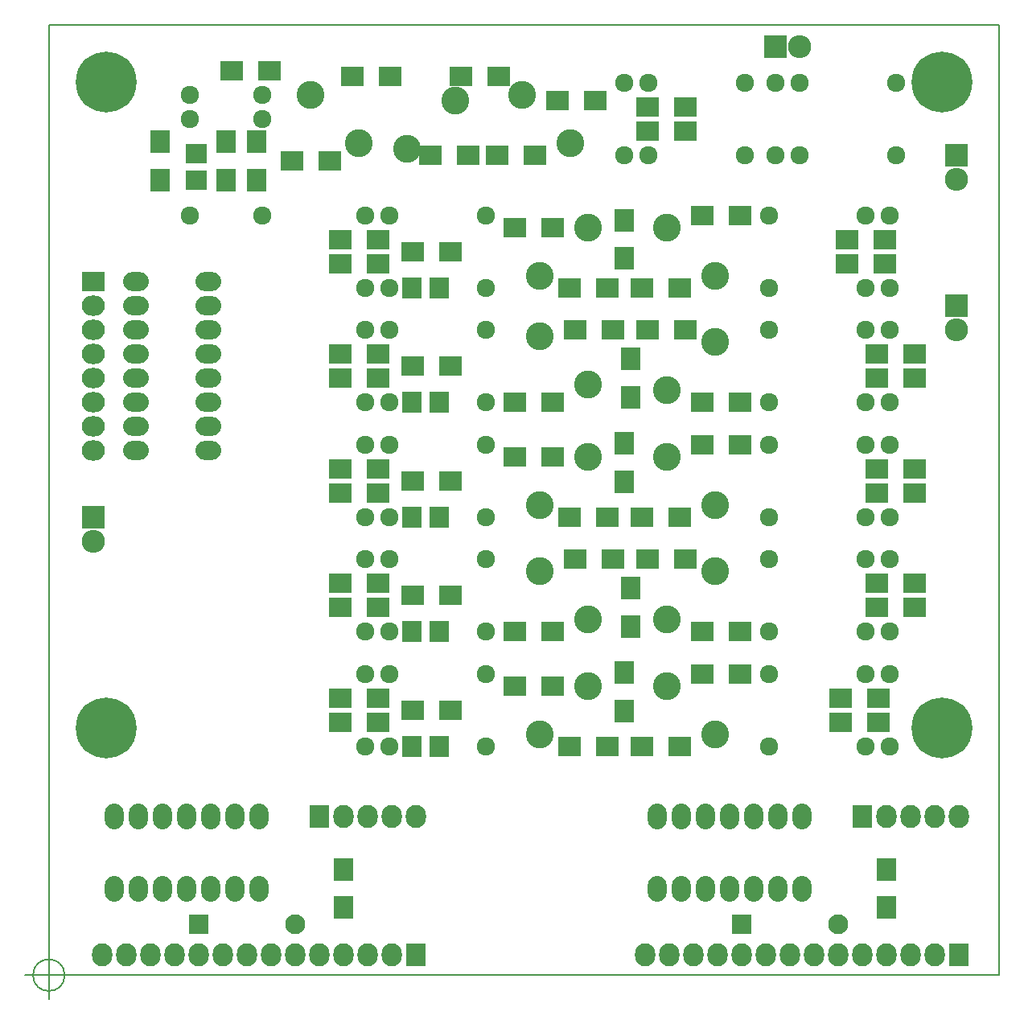
<source format=gbr>
G04 #@! TF.FileFunction,Soldermask,Bot*
%FSLAX46Y46*%
G04 Gerber Fmt 4.6, Leading zero omitted, Abs format (unit mm)*
G04 Created by KiCad (PCBNEW 4.0.4+e1-6308~48~ubuntu14.04.1-stable) date Tue Oct 11 14:30:50 2016*
%MOMM*%
%LPD*%
G01*
G04 APERTURE LIST*
%ADD10C,0.100000*%
%ADD11C,0.150000*%
%ADD12O,2.000000X2.700000*%
%ADD13R,2.100000X2.400000*%
%ADD14R,2.127200X2.432000*%
%ADD15O,2.127200X2.432000*%
%ADD16C,2.099260*%
%ADD17R,2.099260X2.099260*%
%ADD18C,1.924000*%
%ADD19C,6.400000*%
%ADD20R,2.400000X2.000000*%
%ADD21R,2.000000X2.400000*%
%ADD22R,1.997660X2.200860*%
%ADD23R,2.200860X1.997660*%
%ADD24C,2.940000*%
%ADD25R,2.432000X2.127200*%
%ADD26O,2.432000X2.127200*%
%ADD27R,2.432000X2.432000*%
%ADD28O,2.432000X2.432000*%
%ADD29R,2.400000X2.100000*%
%ADD30O,2.700000X2.000000*%
G04 APERTURE END LIST*
D10*
D11*
X89666666Y-160000000D02*
G75*
G03X89666666Y-160000000I-1666666J0D01*
G01*
X85500000Y-160000000D02*
X90500000Y-160000000D01*
X88000000Y-157500000D02*
X88000000Y-162500000D01*
X88000000Y-160000000D02*
X88000000Y-60000000D01*
X188000000Y-160000000D02*
X88000000Y-160000000D01*
X188000000Y-60000000D02*
X188000000Y-160000000D01*
X88000000Y-60000000D02*
X188000000Y-60000000D01*
D12*
X152019000Y-150876000D03*
X154559000Y-150876000D03*
X157099000Y-150876000D03*
X159639000Y-150876000D03*
X162179000Y-150876000D03*
X164719000Y-150876000D03*
X167259000Y-150876000D03*
X167259000Y-143256000D03*
X164719000Y-143256000D03*
X162179000Y-143256000D03*
X159639000Y-143256000D03*
X157099000Y-143256000D03*
X154559000Y-143256000D03*
X152019000Y-143256000D03*
D13*
X176149000Y-152876000D03*
X176149000Y-148876000D03*
D14*
X173609000Y-143256000D03*
D15*
X176149000Y-143256000D03*
X178689000Y-143256000D03*
X181229000Y-143256000D03*
X183769000Y-143256000D03*
D14*
X183769000Y-157861000D03*
D15*
X181229000Y-157861000D03*
X178689000Y-157861000D03*
X176149000Y-157861000D03*
X173609000Y-157861000D03*
X171069000Y-157861000D03*
X168529000Y-157861000D03*
X165989000Y-157861000D03*
X163449000Y-157861000D03*
X160909000Y-157861000D03*
X158369000Y-157861000D03*
X155829000Y-157861000D03*
X153289000Y-157861000D03*
X150749000Y-157861000D03*
D16*
X171069520Y-154683460D03*
D17*
X160909520Y-154683460D03*
D18*
X121285000Y-135890000D03*
X123825000Y-135890000D03*
X133985000Y-135890000D03*
X133985000Y-128270000D03*
X121285000Y-128270000D03*
X123825000Y-128270000D03*
D19*
X94000000Y-134000000D03*
X182000000Y-134000000D03*
X182000000Y-66000000D03*
D18*
X121285000Y-123825000D03*
X123825000Y-123825000D03*
X133985000Y-123825000D03*
X133985000Y-116205000D03*
X121285000Y-116205000D03*
X123825000Y-116205000D03*
D20*
X156750000Y-80010000D03*
X160750000Y-80010000D03*
X156750000Y-99695000D03*
X160750000Y-99695000D03*
X156750000Y-104140000D03*
X160750000Y-104140000D03*
X156750000Y-123825000D03*
X160750000Y-123825000D03*
X156750000Y-128270000D03*
X160750000Y-128270000D03*
X154400000Y-87630000D03*
X150400000Y-87630000D03*
X155035000Y-92075000D03*
X151035000Y-92075000D03*
X154400000Y-111760000D03*
X150400000Y-111760000D03*
X155035000Y-116205000D03*
X151035000Y-116205000D03*
X154400000Y-135890000D03*
X150400000Y-135890000D03*
D21*
X148590000Y-84550000D03*
X148590000Y-80550000D03*
X149225000Y-99155000D03*
X149225000Y-95155000D03*
X148590000Y-108045000D03*
X148590000Y-104045000D03*
X149225000Y-123285000D03*
X149225000Y-119285000D03*
X148590000Y-132175000D03*
X148590000Y-128175000D03*
D20*
X142780000Y-87630000D03*
X146780000Y-87630000D03*
X143415000Y-92075000D03*
X147415000Y-92075000D03*
X142780000Y-111760000D03*
X146780000Y-111760000D03*
X143415000Y-116205000D03*
X147415000Y-116205000D03*
X142780000Y-135890000D03*
X146780000Y-135890000D03*
X137065000Y-81280000D03*
X141065000Y-81280000D03*
X137065000Y-99695000D03*
X141065000Y-99695000D03*
X137065000Y-105410000D03*
X141065000Y-105410000D03*
X137065000Y-123825000D03*
X141065000Y-123825000D03*
X137065000Y-129540000D03*
X141065000Y-129540000D03*
X111220000Y-64770000D03*
X107220000Y-64770000D03*
X117570000Y-74295000D03*
X113570000Y-74295000D03*
X123920000Y-65405000D03*
X119920000Y-65405000D03*
X128175000Y-73660000D03*
X132175000Y-73660000D03*
X135350000Y-65405000D03*
X131350000Y-65405000D03*
X139160000Y-73660000D03*
X135160000Y-73660000D03*
X145510000Y-67945000D03*
X141510000Y-67945000D03*
D22*
X129054860Y-87630000D03*
X126215140Y-87630000D03*
X129054860Y-99695000D03*
X126215140Y-99695000D03*
X129054860Y-111760000D03*
X126215140Y-111760000D03*
X129054860Y-123825000D03*
X126215140Y-123825000D03*
X129054860Y-135890000D03*
X126215140Y-135890000D03*
D23*
X103505000Y-76349860D03*
X103505000Y-73510140D03*
D18*
X176530000Y-80010000D03*
X173990000Y-80010000D03*
X163830000Y-80010000D03*
X163830000Y-87630000D03*
X176530000Y-87630000D03*
X173990000Y-87630000D03*
X176530000Y-92075000D03*
X173990000Y-92075000D03*
X163830000Y-92075000D03*
X163830000Y-99695000D03*
X176530000Y-99695000D03*
X173990000Y-99695000D03*
X176530000Y-104140000D03*
X173990000Y-104140000D03*
X163830000Y-104140000D03*
X163830000Y-111760000D03*
X176530000Y-111760000D03*
X173990000Y-111760000D03*
X176530000Y-116205000D03*
X173990000Y-116205000D03*
X163830000Y-116205000D03*
X163830000Y-123825000D03*
X176530000Y-123825000D03*
X173990000Y-123825000D03*
X176530000Y-128270000D03*
X173990000Y-128270000D03*
X163830000Y-128270000D03*
X163830000Y-135890000D03*
X176530000Y-135890000D03*
X173990000Y-135890000D03*
X121285000Y-87630000D03*
X123825000Y-87630000D03*
X133985000Y-87630000D03*
X133985000Y-80010000D03*
X121285000Y-80010000D03*
X123825000Y-80010000D03*
X121285000Y-99695000D03*
X123825000Y-99695000D03*
X133985000Y-99695000D03*
X133985000Y-92075000D03*
X121285000Y-92075000D03*
X123825000Y-92075000D03*
X121285000Y-111760000D03*
X123825000Y-111760000D03*
X133985000Y-111760000D03*
X133985000Y-104140000D03*
X121285000Y-104140000D03*
X123825000Y-104140000D03*
X102870000Y-67310000D03*
X102870000Y-69850000D03*
X102870000Y-80010000D03*
X110490000Y-80010000D03*
X110490000Y-67310000D03*
X110490000Y-69850000D03*
X164465000Y-73660000D03*
X167005000Y-73660000D03*
X177165000Y-73660000D03*
X177165000Y-66040000D03*
X164465000Y-66040000D03*
X167005000Y-66040000D03*
X148590000Y-73660000D03*
X151130000Y-73660000D03*
X161290000Y-73660000D03*
X161290000Y-66040000D03*
X148590000Y-66040000D03*
X151130000Y-66040000D03*
D24*
X153035000Y-81280000D03*
X158115000Y-86360000D03*
X153035000Y-98425000D03*
X158115000Y-93345000D03*
X153035000Y-105410000D03*
X158115000Y-110490000D03*
X153035000Y-122555000D03*
X158115000Y-117475000D03*
X153035000Y-129540000D03*
X158115000Y-134620000D03*
X144780000Y-81280000D03*
X139700000Y-86360000D03*
X144780000Y-97790000D03*
X139700000Y-92710000D03*
X144780000Y-105410000D03*
X139700000Y-110490000D03*
X144780000Y-122555000D03*
X139700000Y-117475000D03*
X144780000Y-129540000D03*
X139700000Y-134620000D03*
X115570000Y-67310000D03*
X120650000Y-72390000D03*
X130810000Y-67945000D03*
X125730000Y-73025000D03*
X137795000Y-67310000D03*
X142875000Y-72390000D03*
D25*
X92710000Y-86995000D03*
D26*
X92710000Y-89535000D03*
X92710000Y-92075000D03*
X92710000Y-94615000D03*
X92710000Y-97155000D03*
X92710000Y-99695000D03*
X92710000Y-102235000D03*
X92710000Y-104775000D03*
D27*
X92710000Y-111760000D03*
D28*
X92710000Y-114300000D03*
D29*
X126270000Y-83820000D03*
X130270000Y-83820000D03*
X126270000Y-95885000D03*
X130270000Y-95885000D03*
X126270000Y-107950000D03*
X130270000Y-107950000D03*
X126270000Y-120015000D03*
X130270000Y-120015000D03*
X126270000Y-132080000D03*
X130270000Y-132080000D03*
D13*
X106680000Y-72295000D03*
X106680000Y-76295000D03*
D30*
X97155000Y-86995000D03*
X97155000Y-89535000D03*
X97155000Y-92075000D03*
X97155000Y-94615000D03*
X97155000Y-97155000D03*
X97155000Y-99695000D03*
X97155000Y-102235000D03*
X97155000Y-104775000D03*
X104775000Y-104775000D03*
X104775000Y-102235000D03*
X104775000Y-99695000D03*
X104775000Y-97155000D03*
X104775000Y-94615000D03*
X104775000Y-92075000D03*
X104775000Y-89535000D03*
X104775000Y-86995000D03*
D20*
X171990000Y-85090000D03*
X175990000Y-85090000D03*
X175165000Y-109220000D03*
X179165000Y-109220000D03*
X175165000Y-121285000D03*
X179165000Y-121285000D03*
X171355000Y-133350000D03*
X175355000Y-133350000D03*
X171990000Y-82550000D03*
X175990000Y-82550000D03*
X175165000Y-94615000D03*
X179165000Y-94615000D03*
X175165000Y-106680000D03*
X179165000Y-106680000D03*
X175165000Y-118745000D03*
X179165000Y-118745000D03*
X171355000Y-130810000D03*
X175355000Y-130810000D03*
X122650000Y-85090000D03*
X118650000Y-85090000D03*
X122650000Y-97155000D03*
X118650000Y-97155000D03*
X122650000Y-109220000D03*
X118650000Y-109220000D03*
X122650000Y-121285000D03*
X118650000Y-121285000D03*
X122650000Y-133350000D03*
X118650000Y-133350000D03*
X122650000Y-82550000D03*
X118650000Y-82550000D03*
X122650000Y-94615000D03*
X118650000Y-94615000D03*
X122650000Y-106680000D03*
X118650000Y-106680000D03*
X122650000Y-118745000D03*
X118650000Y-118745000D03*
X122650000Y-130810000D03*
X118650000Y-130810000D03*
D21*
X99695000Y-72295000D03*
X99695000Y-76295000D03*
X109855000Y-72295000D03*
X109855000Y-76295000D03*
D20*
X151035000Y-71120000D03*
X155035000Y-71120000D03*
X151035000Y-68580000D03*
X155035000Y-68580000D03*
X175165000Y-97155000D03*
X179165000Y-97155000D03*
D27*
X183515000Y-89535000D03*
D28*
X183515000Y-92075000D03*
D27*
X164465000Y-62230000D03*
D28*
X167005000Y-62230000D03*
D27*
X183515000Y-73660000D03*
D28*
X183515000Y-76200000D03*
D19*
X94000000Y-66000000D03*
D16*
X113919520Y-154683460D03*
D17*
X103759520Y-154683460D03*
D14*
X126619000Y-157861000D03*
D15*
X124079000Y-157861000D03*
X121539000Y-157861000D03*
X118999000Y-157861000D03*
X116459000Y-157861000D03*
X113919000Y-157861000D03*
X111379000Y-157861000D03*
X108839000Y-157861000D03*
X106299000Y-157861000D03*
X103759000Y-157861000D03*
X101219000Y-157861000D03*
X98679000Y-157861000D03*
X96139000Y-157861000D03*
X93599000Y-157861000D03*
D14*
X116459000Y-143256000D03*
D15*
X118999000Y-143256000D03*
X121539000Y-143256000D03*
X124079000Y-143256000D03*
X126619000Y-143256000D03*
D13*
X118999000Y-152876000D03*
X118999000Y-148876000D03*
D12*
X94869000Y-150876000D03*
X97409000Y-150876000D03*
X99949000Y-150876000D03*
X102489000Y-150876000D03*
X105029000Y-150876000D03*
X107569000Y-150876000D03*
X110109000Y-150876000D03*
X110109000Y-143256000D03*
X107569000Y-143256000D03*
X105029000Y-143256000D03*
X102489000Y-143256000D03*
X99949000Y-143256000D03*
X97409000Y-143256000D03*
X94869000Y-143256000D03*
M02*

</source>
